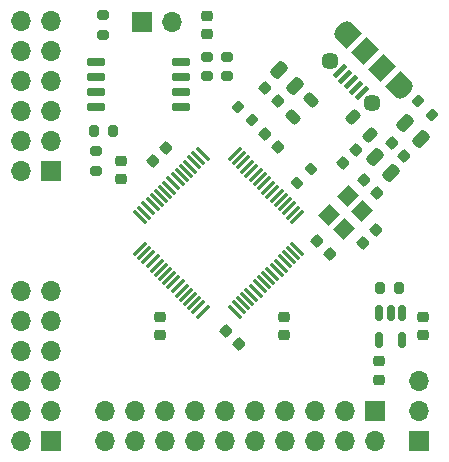
<source format=gbr>
%TF.GenerationSoftware,KiCad,Pcbnew,(6.0.0-0)*%
%TF.CreationDate,2023-01-16T12:19:11+01:00*%
%TF.ProjectId,core-v-mini-mcu-spiboot-fpga,636f7265-2d76-42d6-9d69-6e692d6d6375,rev?*%
%TF.SameCoordinates,Original*%
%TF.FileFunction,Soldermask,Top*%
%TF.FilePolarity,Negative*%
%FSLAX46Y46*%
G04 Gerber Fmt 4.6, Leading zero omitted, Abs format (unit mm)*
G04 Created by KiCad (PCBNEW (6.0.0-0)) date 2023-01-16 12:19:11*
%MOMM*%
%LPD*%
G01*
G04 APERTURE LIST*
G04 Aperture macros list*
%AMRoundRect*
0 Rectangle with rounded corners*
0 $1 Rounding radius*
0 $2 $3 $4 $5 $6 $7 $8 $9 X,Y pos of 4 corners*
0 Add a 4 corners polygon primitive as box body*
4,1,4,$2,$3,$4,$5,$6,$7,$8,$9,$2,$3,0*
0 Add four circle primitives for the rounded corners*
1,1,$1+$1,$2,$3*
1,1,$1+$1,$4,$5*
1,1,$1+$1,$6,$7*
1,1,$1+$1,$8,$9*
0 Add four rect primitives between the rounded corners*
20,1,$1+$1,$2,$3,$4,$5,0*
20,1,$1+$1,$4,$5,$6,$7,0*
20,1,$1+$1,$6,$7,$8,$9,0*
20,1,$1+$1,$8,$9,$2,$3,0*%
%AMHorizOval*
0 Thick line with rounded ends*
0 $1 width*
0 $2 $3 position (X,Y) of the first rounded end (center of the circle)*
0 $4 $5 position (X,Y) of the second rounded end (center of the circle)*
0 Add line between two ends*
20,1,$1,$2,$3,$4,$5,0*
0 Add two circle primitives to create the rounded ends*
1,1,$1,$2,$3*
1,1,$1,$4,$5*%
%AMRotRect*
0 Rectangle, with rotation*
0 The origin of the aperture is its center*
0 $1 length*
0 $2 width*
0 $3 Rotation angle, in degrees counterclockwise*
0 Add horizontal line*
21,1,$1,$2,0,0,$3*%
G04 Aperture macros list end*
%ADD10RoundRect,0.225000X-0.335876X-0.017678X-0.017678X-0.335876X0.335876X0.017678X0.017678X0.335876X0*%
%ADD11RotRect,1.400000X1.200000X225.000000*%
%ADD12RoundRect,0.150000X-0.150000X0.512500X-0.150000X-0.512500X0.150000X-0.512500X0.150000X0.512500X0*%
%ADD13RoundRect,0.200000X-0.200000X-0.275000X0.200000X-0.275000X0.200000X0.275000X-0.200000X0.275000X0*%
%ADD14O,1.700000X1.700000*%
%ADD15R,1.700000X1.700000*%
%ADD16RoundRect,0.225000X0.250000X-0.225000X0.250000X0.225000X-0.250000X0.225000X-0.250000X-0.225000X0*%
%ADD17RoundRect,0.225000X-0.250000X0.225000X-0.250000X-0.225000X0.250000X-0.225000X0.250000X0.225000X0*%
%ADD18RoundRect,0.075000X0.441942X0.548008X-0.548008X-0.441942X-0.441942X-0.548008X0.548008X0.441942X0*%
%ADD19RoundRect,0.075000X-0.441942X0.548008X-0.548008X0.441942X0.441942X-0.548008X0.548008X-0.441942X0*%
%ADD20RoundRect,0.225000X0.335876X0.017678X0.017678X0.335876X-0.335876X-0.017678X-0.017678X-0.335876X0*%
%ADD21RoundRect,0.225000X-0.017678X0.335876X-0.335876X0.017678X0.017678X-0.335876X0.335876X-0.017678X0*%
%ADD22RoundRect,0.200000X-0.275000X0.200000X-0.275000X-0.200000X0.275000X-0.200000X0.275000X0.200000X0*%
%ADD23RoundRect,0.250000X0.512652X0.159099X0.159099X0.512652X-0.512652X-0.159099X-0.159099X-0.512652X0*%
%ADD24RoundRect,0.250000X-0.512652X-0.159099X-0.159099X-0.512652X0.512652X0.159099X0.159099X0.512652X0*%
%ADD25RoundRect,0.200000X-0.335876X-0.053033X-0.053033X-0.335876X0.335876X0.053033X0.053033X0.335876X0*%
%ADD26RoundRect,0.200000X0.335876X0.053033X0.053033X0.335876X-0.335876X-0.053033X-0.053033X-0.335876X0*%
%ADD27RoundRect,0.200000X0.275000X-0.200000X0.275000X0.200000X-0.275000X0.200000X-0.275000X-0.200000X0*%
%ADD28RoundRect,0.200000X0.200000X0.275000X-0.200000X0.275000X-0.200000X-0.275000X0.200000X-0.275000X0*%
%ADD29RoundRect,0.200000X-0.053033X0.335876X-0.335876X0.053033X0.053033X-0.335876X0.335876X-0.053033X0*%
%ADD30RoundRect,0.150000X-0.650000X-0.150000X0.650000X-0.150000X0.650000X0.150000X-0.650000X0.150000X0*%
%ADD31RoundRect,0.218750X-0.114905X0.424264X-0.424264X0.114905X0.114905X-0.424264X0.424264X-0.114905X0*%
%ADD32RotRect,0.400000X1.350000X135.000000*%
%ADD33RotRect,1.200000X1.900000X135.000000*%
%ADD34HorizOval,1.200000X-0.247487X-0.247487X0.247487X0.247487X0*%
%ADD35RotRect,1.500000X1.900000X135.000000*%
%ADD36HorizOval,1.200000X0.247487X0.247487X-0.247487X-0.247487X0*%
%ADD37C,1.450000*%
%ADD38RoundRect,0.218750X-0.424264X-0.114905X-0.114905X-0.424264X0.424264X0.114905X0.114905X0.424264X0*%
G04 APERTURE END LIST*
D10*
%TO.C,C3*%
X96151992Y-99901992D03*
X97248008Y-100998008D03*
%TD*%
D11*
%TO.C,Y1*%
X106426777Y-88521142D03*
X104871142Y-90076777D03*
X106073223Y-91278858D03*
X107628858Y-89723223D03*
%TD*%
D12*
%TO.C,U4*%
X111000000Y-98362500D03*
X110050000Y-98362500D03*
X109100000Y-98362500D03*
X109100000Y-100637500D03*
X111000000Y-100637500D03*
%TD*%
D13*
%TO.C,R13*%
X109125000Y-96300000D03*
X110775000Y-96300000D03*
%TD*%
D14*
%TO.C,J2*%
X112450000Y-104120000D03*
X112450000Y-106660000D03*
D15*
X112450000Y-109200000D03*
%TD*%
D16*
%TO.C,C18*%
X112800000Y-100275000D03*
X112800000Y-98725000D03*
%TD*%
D17*
%TO.C,C17*%
X109100000Y-102475000D03*
X109100000Y-104025000D03*
%TD*%
D18*
%TO.C,U2*%
X102164481Y-90238819D03*
X101810928Y-89885266D03*
X101457375Y-89531713D03*
X101103821Y-89178159D03*
X100750268Y-88824606D03*
X100396714Y-88471052D03*
X100043161Y-88117499D03*
X99689608Y-87763946D03*
X99336054Y-87410392D03*
X98982501Y-87056839D03*
X98628948Y-86703286D03*
X98275394Y-86349732D03*
X97921841Y-85996179D03*
X97568287Y-85642625D03*
X97214734Y-85289072D03*
X96861181Y-84935519D03*
D19*
X94138819Y-84935519D03*
X93785266Y-85289072D03*
X93431713Y-85642625D03*
X93078159Y-85996179D03*
X92724606Y-86349732D03*
X92371052Y-86703286D03*
X92017499Y-87056839D03*
X91663946Y-87410392D03*
X91310392Y-87763946D03*
X90956839Y-88117499D03*
X90603286Y-88471052D03*
X90249732Y-88824606D03*
X89896179Y-89178159D03*
X89542625Y-89531713D03*
X89189072Y-89885266D03*
X88835519Y-90238819D03*
D18*
X88835519Y-92961181D03*
X89189072Y-93314734D03*
X89542625Y-93668287D03*
X89896179Y-94021841D03*
X90249732Y-94375394D03*
X90603286Y-94728948D03*
X90956839Y-95082501D03*
X91310392Y-95436054D03*
X91663946Y-95789608D03*
X92017499Y-96143161D03*
X92371052Y-96496714D03*
X92724606Y-96850268D03*
X93078159Y-97203821D03*
X93431713Y-97557375D03*
X93785266Y-97910928D03*
X94138819Y-98264481D03*
D19*
X96861181Y-98264481D03*
X97214734Y-97910928D03*
X97568287Y-97557375D03*
X97921841Y-97203821D03*
X98275394Y-96850268D03*
X98628948Y-96496714D03*
X98982501Y-96143161D03*
X99336054Y-95789608D03*
X99689608Y-95436054D03*
X100043161Y-95082501D03*
X100396714Y-94728948D03*
X100750268Y-94375394D03*
X101103821Y-94021841D03*
X101457375Y-93668287D03*
X101810928Y-93314734D03*
X102164481Y-92961181D03*
%TD*%
D20*
%TO.C,C16*%
X108898008Y-88248008D03*
X107801992Y-87151992D03*
%TD*%
D21*
%TO.C,C15*%
X108798008Y-91351992D03*
X107701992Y-92448008D03*
%TD*%
D16*
%TO.C,C13*%
X87200000Y-87075000D03*
X87200000Y-85525000D03*
%TD*%
D10*
%TO.C,C1*%
X103851992Y-92301992D03*
X104948008Y-93398008D03*
%TD*%
D22*
%TO.C,R12*%
X94500000Y-76675000D03*
X94500000Y-78325000D03*
%TD*%
D23*
%TO.C,C8*%
X101921751Y-79171751D03*
X100578249Y-77828249D03*
%TD*%
D24*
%TO.C,C7*%
X112610200Y-83655482D03*
X111266698Y-82311980D03*
%TD*%
D25*
%TO.C,R1*%
X112383274Y-80433274D03*
X113550000Y-81600000D03*
%TD*%
D26*
%TO.C,R7*%
X98333363Y-82083363D03*
X97166637Y-80916637D03*
%TD*%
D16*
%TO.C,C14*%
X94500000Y-74775000D03*
X94500000Y-73225000D03*
%TD*%
D27*
%TO.C,R11*%
X85100000Y-86325000D03*
X85100000Y-84675000D03*
%TD*%
D24*
%TO.C,C5*%
X110071751Y-86521751D03*
X108728249Y-85178249D03*
%TD*%
D28*
%TO.C,R8*%
X86575000Y-83000000D03*
X84925000Y-83000000D03*
%TD*%
D14*
%TO.C,J1*%
X85852000Y-109205000D03*
X85852000Y-106665000D03*
X88392000Y-109205000D03*
X88392000Y-106665000D03*
X90932000Y-109205000D03*
X90932000Y-106665000D03*
X93472000Y-109205000D03*
X93472000Y-106665000D03*
X96012000Y-109205000D03*
X96012000Y-106665000D03*
X98552000Y-109205000D03*
X98552000Y-106665000D03*
X101092000Y-109205000D03*
X101092000Y-106665000D03*
X103632000Y-109205000D03*
X103632000Y-106665000D03*
X106172000Y-109205000D03*
X106172000Y-106665000D03*
X108712000Y-109205000D03*
D15*
X108712000Y-106665000D03*
%TD*%
%TO.C,JSPICS1*%
X88975000Y-73750000D03*
D14*
X91515000Y-73750000D03*
%TD*%
D27*
%TO.C,R9*%
X85700000Y-74825000D03*
X85700000Y-73175000D03*
%TD*%
D17*
%TO.C,C11*%
X101000000Y-98725000D03*
X101000000Y-100275000D03*
%TD*%
D29*
%TO.C,R6*%
X102166637Y-87383363D03*
X103333363Y-86216637D03*
%TD*%
D21*
%TO.C,C2*%
X106051992Y-85648008D03*
X107148008Y-84551992D03*
%TD*%
D15*
%TO.C,PMOD1*%
X81280000Y-109220000D03*
D14*
X78740000Y-109220000D03*
X81280000Y-106680000D03*
X78740000Y-106680000D03*
X81280000Y-104140000D03*
X78740000Y-104140000D03*
X81280000Y-101600000D03*
X78740000Y-101600000D03*
X81280000Y-99060000D03*
X78740000Y-99060000D03*
X81280000Y-96520000D03*
X78740000Y-96520000D03*
%TD*%
D17*
%TO.C,C10*%
X90500000Y-98725000D03*
X90500000Y-100275000D03*
%TD*%
D21*
%TO.C,C12*%
X91048008Y-84451992D03*
X89951992Y-85548008D03*
%TD*%
D22*
%TO.C,R10*%
X96200000Y-76675000D03*
X96200000Y-78325000D03*
%TD*%
D10*
%TO.C,C6*%
X111229317Y-85062714D03*
X110133301Y-83966698D03*
%TD*%
D30*
%TO.C,U3*%
X85150000Y-77095000D03*
X85150000Y-78365000D03*
X85150000Y-79635000D03*
X85150000Y-80905000D03*
X92350000Y-80905000D03*
X92350000Y-79635000D03*
X92350000Y-78365000D03*
X92350000Y-77095000D03*
%TD*%
D31*
%TO.C,L2*%
X103303578Y-80327075D03*
X101800976Y-81829677D03*
%TD*%
D32*
%TO.C,P1*%
X107613394Y-79779067D03*
X107153775Y-79319448D03*
X106694155Y-78859829D03*
X106234536Y-78400209D03*
X105774917Y-77940590D03*
D33*
X110653953Y-79001250D03*
D34*
X111078217Y-79425514D03*
D33*
X106552734Y-74900031D03*
D35*
X107896237Y-76243534D03*
D36*
X106128470Y-74475767D03*
D37*
X108461922Y-80627596D03*
D35*
X109310450Y-77657747D03*
D37*
X104926388Y-77092062D03*
%TD*%
D38*
%TO.C,L1*%
X108351301Y-83301301D03*
X106848699Y-81798699D03*
%TD*%
D20*
%TO.C,C9*%
X100548008Y-80448008D03*
X99451992Y-79351992D03*
%TD*%
D15*
%TO.C,PMOD2*%
X81280000Y-86360000D03*
D14*
X78740000Y-86360000D03*
X81280000Y-83820000D03*
X78740000Y-83820000D03*
X81280000Y-81280000D03*
X78740000Y-81280000D03*
X81280000Y-78740000D03*
X78740000Y-78740000D03*
X81280000Y-76200000D03*
X78740000Y-76200000D03*
X81280000Y-73660000D03*
X78740000Y-73660000D03*
%TD*%
D10*
%TO.C,C4*%
X99451992Y-83201992D03*
X100548008Y-84298008D03*
%TD*%
M02*

</source>
